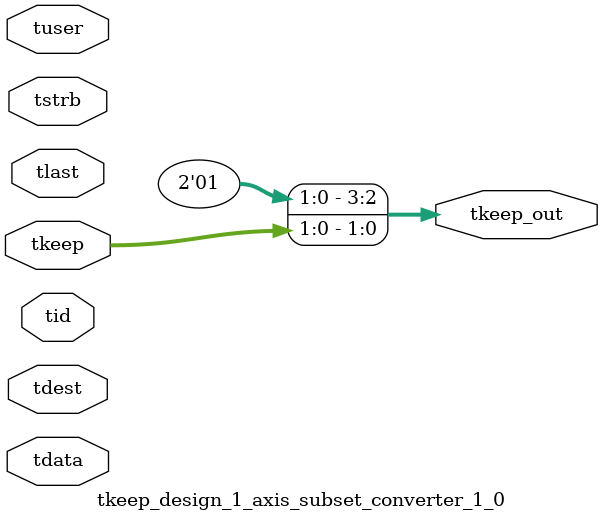
<source format=v>


`timescale 1ps/1ps

module tkeep_design_1_axis_subset_converter_1_0 #
(
parameter C_S_AXIS_TDATA_WIDTH = 32,
parameter C_S_AXIS_TUSER_WIDTH = 0,
parameter C_S_AXIS_TID_WIDTH   = 0,
parameter C_S_AXIS_TDEST_WIDTH = 0,
parameter C_M_AXIS_TDATA_WIDTH = 32
)
(
input  [(C_S_AXIS_TDATA_WIDTH == 0 ? 1 : C_S_AXIS_TDATA_WIDTH)-1:0     ] tdata,
input  [(C_S_AXIS_TUSER_WIDTH == 0 ? 1 : C_S_AXIS_TUSER_WIDTH)-1:0     ] tuser,
input  [(C_S_AXIS_TID_WIDTH   == 0 ? 1 : C_S_AXIS_TID_WIDTH)-1:0       ] tid,
input  [(C_S_AXIS_TDEST_WIDTH == 0 ? 1 : C_S_AXIS_TDEST_WIDTH)-1:0     ] tdest,
input  [(C_S_AXIS_TDATA_WIDTH/8)-1:0 ] tkeep,
input  [(C_S_AXIS_TDATA_WIDTH/8)-1:0 ] tstrb,
input                                                                    tlast,
output [(C_M_AXIS_TDATA_WIDTH/8)-1:0 ] tkeep_out
);

assign tkeep_out = {1'b1,tkeep[1:0]};

endmodule


</source>
